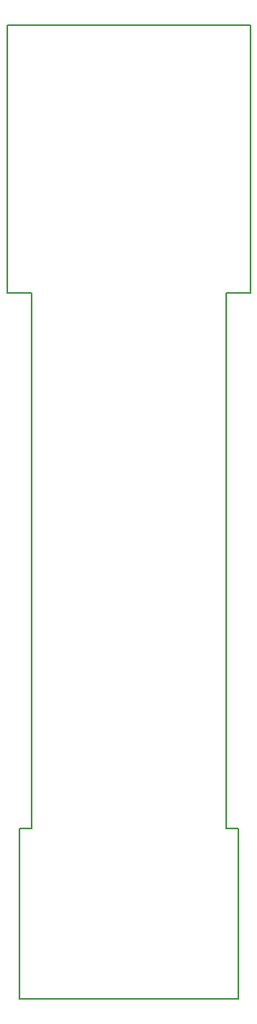
<source format=gbr>
%TF.GenerationSoftware,KiCad,Pcbnew,(6.0.4)*%
%TF.CreationDate,2022-05-05T02:24:40+01:00*%
%TF.ProjectId,Z80 QFP & LCC to DIL,5a383020-5146-4502-9026-204c43432074,rev?*%
%TF.SameCoordinates,Original*%
%TF.FileFunction,Profile,NP*%
%FSLAX46Y46*%
G04 Gerber Fmt 4.6, Leading zero omitted, Abs format (unit mm)*
G04 Created by KiCad (PCBNEW (6.0.4)) date 2022-05-05 02:24:40*
%MOMM*%
%LPD*%
G01*
G04 APERTURE LIST*
%TA.AperFunction,Profile*%
%ADD10C,0.200000*%
%TD*%
G04 APERTURE END LIST*
D10*
X152400000Y-165100000D02*
X129540000Y-165100000D01*
X151130000Y-91440000D02*
X151130000Y-147320000D01*
X128270000Y-91440000D02*
X128270000Y-63500000D01*
X130810000Y-147320000D02*
X129540000Y-147320000D01*
X129540000Y-165100000D02*
X129540000Y-147320000D01*
X152400000Y-147320000D02*
X152400000Y-165100000D01*
X130810000Y-91440000D02*
X128270000Y-91440000D01*
X153670000Y-63500000D02*
X153670000Y-91440000D01*
X151130000Y-147320000D02*
X152400000Y-147320000D01*
X153670000Y-91440000D02*
X151130000Y-91440000D01*
X130810000Y-147320000D02*
X130810000Y-91440000D01*
X128270000Y-63500000D02*
X153670000Y-63500000D01*
M02*

</source>
